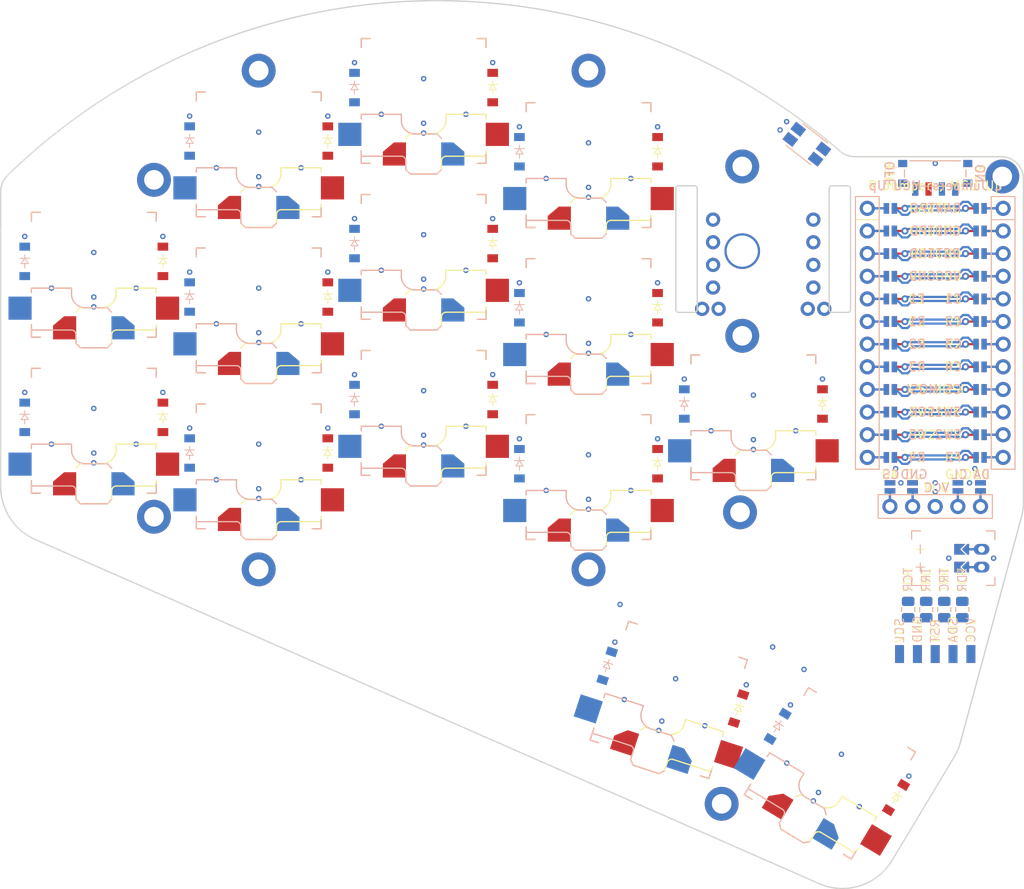
<source format=kicad_pcb>
(kicad_pcb (version 20240108) (generator "pcbnew") (generator_version "8.0")
  (title_block (title "snak_28") (rev "0.2.1") (company "JackMatanky"))
  (layers (0 "F.Cu" signal) (31 "B.Cu" signal) (34 "B.Paste" user) (35 "F.Paste" user) (36 "B.SilkS" user "B.Silkscreen") (37 "F.SilkS" user "F.Silkscreen") (38 "B.Mask" user) (39 "F.Mask" user) (44 "Edge.Cuts" user))
  (net 0 "")
  (net 1 "C1")
  (net 2 "pinky_mid")
  (net 3 "pinky_top")
  (net 4 "C2")
  (net 5 "ring_bot")
  (net 6 "ring_mid")
  (net 7 "ring_top")
  (net 8 "C3")
  (net 9 "middle_bot")
  (net 10 "middle_mid")
  (net 11 "middle_top")
  (net 12 "C4")
  (net 13 "index_bot")
  (net 14 "index_mid")
  (net 15 "index_top")
  (net 16 "C5")
  (net 17 "inner_mid")
  (net 18 "out_home")
  (net 19 "in_home")
  (net 20 "R2")
  (net 21 "R1")
  (net 22 "R3")
  (net 23 "R4")
  (net 24 "RAW")
  (net 25 "GND")
  (net 26 "RST")
  (net 27 "VCC")
  (net 28 "SW1")
  (net 29 "SW2")
  (net 30 "F2")
  (net 31 "TPC")
  (net 32 "TPD")
  (net 33 "F1")
  (net 34 "MOSI")
  (net 35 "SCK")
  (net 36 "CS")
  (net 37 "MCU1_24")
  (net 38 "MCU1_1")
  (net 39 "MCU1_23")
  (net 40 "MCU1_2")
  (net 41 "MCU1_22")
  (net 42 "MCU1_3")
  (net 43 "MCU1_21")
  (net 44 "MCU1_4")
  (net 45 "MCU1_20")
  (net 46 "MCU1_5")
  (net 47 "MCU1_19")
  (net 48 "MCU1_6")
  (net 49 "MCU1_18")
  (net 50 "MCU1_7")
  (net 51 "MCU1_17")
  (net 52 "MCU1_8")
  (net 53 "MCU1_16")
  (net 54 "MCU1_9")
  (net 55 "MCU1_15")
  (net 56 "MCU1_10")
  (net 57 "MCU1_14")
  (net 58 "MCU1_11")
  (net 59 "MCU1_13")
  (net 60 "MCU1_12")
  (net 61 "DISP1_1")
  (net 62 "DISP1_2")
  (net 63 "DISP1_4")
  (net 64 "DISP1_5")
  (net 65 "pos")
  (net 66 "JST1_1")
  (net 67 "JST1_2")
  (net 68 "TPR")
  (footprint "VIA-0.6mm" (layer "F.Cu") (at 118.5 89)
    (property "Reference" "REF**" (hide yes))
    (property "Value" "VIA-0.6mm" (hide yes))
  )
  (footprint "VIA-0.6mm" (layer "F.Cu") (at 176.993845 48.756401 52)
    (property "Reference" "REF**" (hide yes))
    (property "Value" "VIA-0.6mm" (hide yes))
  )
  (footprint "VIA-0.6mm" (layer "F.Cu") (at 129.25 76.2)
    (property "Reference" "REF**" (hide yes))
    (property "Value" "VIA-0.6mm" (hide yes))
  )
  (footprint "ceoloide:diode_tht_sod123" (layer "F.Cu") (at 107.75 63.5 -90)
    (property "Reference" "D2" (hide yes))
    (property "Value" "")
  )
  (footprint "VIA-0.6mm" (layer "F.Cu") (at 107.75 78.2)
    (property "Reference" "REF**" (hide yes))
    (property "Value" "VIA-0.6mm" (hide yes))
  )
  (footprint "VIA-0.6mm" (layer "F.Cu") (at 118.5 84)
    (property "Reference" "REF**" (hide yes))
    (property "Value" "VIA-0.6mm" (hide yes))
  )
  (footprint "VIA-0.6mm" (layer "F.Cu") (at 169.25 82.5)
    (property "Reference" "REF**" (hide yes))
    (property "Value" "VIA-0.6mm" (hide yes))
  )
  (footprint "VIA-0.6mm" (layer "F.Cu") (at 195.925 96.8 -90)
    (property "Reference" "REF**" (hide yes))
    (property "Value" "VIA-0.6mm" (hide yes))
  )
  (footprint "trackpoint_mount_t430" (layer "F.Cu") (at 172.75 62.35)
    (property "Reference" "TP1" (hide yes))
    (property "Value" "")
  )
  (footprint "ceoloide:diode_tht_sod123" (layer "F.Cu") (at 163.25 51.2 -90)
    (property "Reference" "D11" (hide yes))
    (property "Value" "")
  )
  (footprint "VIA-0.6mm" (layer "F.Cu") (at 118.5 49)
    (property "Reference" "REF**" (hide yes))
    (property "Value" "VIA-0.6mm" (hide yes))
  )
  (footprint "VIA-0.6mm" (layer "F.Cu") (at 137 48)
    (property "Reference" "REF**" (hide yes))
    (property "Value" "VIA-0.6mm" (hide yes))
  )
  (footprint "mounting_hole" (layer "F.Cu") (at 170.438866 124.35568 -18)
    (property "Reference" "H8" (hide yes))
    (property "Value" "")
  )
  (footprint "mounting_hole" (layer "F.Cu") (at 106.75 54.35)
    (property "Reference" "H5" (hide yes))
    (property "Value" "")
  )
  (footprint "VIA-0.6mm" (layer "F.Cu") (at 104.75 66.5)
    (property "Reference" "REF**" (hide yes))
    (property "Value" "VIA-0.6mm" (hide yes))
  )
  (footprint "VIA-0.6mm" (layer "F.Cu") (at 177.743976 119.782283 -31)
    (property "Reference" "REF**" (hide yes))
    (property "Value" "VIA-0.6mm" (hide yes))
  )
  (footprint "VIA-0.6mm" (layer "F.Cu") (at 163.727458 115.077641 -18)
    (property "Reference" "REF**" (hide yes))
    (property "Value" "VIA-0.6mm" (hide yes))
  )
  (footprint "VIA-0.6mm" (layer "F.Cu") (at 137 43)
    (property "Reference" "REF**" (hide yes))
    (property "Value" "VIA-0.6mm" (hide yes))
  )
  (footprint "VIA-0.6mm" (layer "F.Cu") (at 150.75 71.7)
    (property "Reference" "REF**" (hide yes))
    (property "Value" "VIA-0.6mm" (hide yes))
  )
  (footprint "VIA-0.6mm" (layer "F.Cu") (at 155.5 73.8)
    (property "Reference" "REF**" (hide yes))
    (property "Value" "VIA-0.6mm" (hide yes))
  )
  (footprint "VIA-0.6mm" (layer "F.Cu") (at 100 85)
    (property "Reference" "REF**" (hide yes))
    (property "Value" "VIA-0.6mm" (hide yes))
  )
  (footprint "VIA-0.6mm" (layer "F.Cu") (at 126.25 64.7)
    (property "Reference" "REF**" (hide yes))
    (property "Value" "VIA-0.6mm" (hide yes))
  )
  (footprint "PG1350" (layer "F.Cu") (at 137 80.5 180)
    (property "Reference" "S6" (hide yes))
    (property "Value" "")
  )
  (footprint "VIA-0.6mm" (layer "F.Cu") (at 144.75 41.2)
    (property "Reference" "REF**" (hide yes))
    (property "Value" "VIA-0.6mm" (hide yes))
  )
  (footprint "VIA-0.6mm" (layer "F.Cu") (at 113.75 53)
    (property "Reference" "REF**" (hide yes))
    (property "Value" "VIA-0.6mm" (hide yes))
  )
  (footprint "VIA-0.6mm" (layer "F.Cu") (at 181.75 76.7)
    (property "Reference" "REF**" (hide yes))
    (property "Value" "VIA-0.6mm" (hide yes))
  )
  (footprint "VIA-0.6mm" (layer "F.Cu") (at 160.25 54.2)
    (property "Reference" "REF**" (hide yes))
    (property "Value" "VIA-0.6mm" (hide yes))
  )
  (footprint "VIA-0.6mm" (layer "F.Cu") (at 126.25 82.2)
    (property "Reference" "REF**" (hide yes))
    (property "Value" "VIA-0.6mm" (hide yes))
  )
  (footprint "VIA-0.6mm" (layer "F.Cu") (at 110.75 47.2)
    (property "Reference" "REF**" (hide yes))
    (property "Value" "VIA-0.6mm" (hide yes))
  )
  (footprint "VIA-0.6mm" (layer "F.Cu") (at 144.75 58.7)
    (property "Reference" "REF**" (hide yes))
    (property "Value" "VIA-0.6mm" (hide yes))
  )
  (footprint "mounting_hole" (layer "F.Cu") (at 118.5 98.05)
    (property "Reference" "H2" (hide yes))
    (property "Value" "")
  )
  (footprint "VIA-0.6mm" (layer "F.Cu") (at 147.75 65.9)
    (property "Reference" "REF**" (hide yes))
    (property "Value" "VIA-0.6mm" (hide yes))
  )
  (footprint "VIA-0.6mm" (layer "F.Cu") (at 190.55 88.35)
    (property "Reference" "REF**" (hide yes))
    (property "Value" "VIA-0.6mm" (hide yes))
  )
  (footprint "mounting_hole" (layer "F.Cu") (at 106.75 92.15)
    (property "Reference" "H6" (hide yes))
    (property "Value" "")
  )
  (footprint "PG1350" (layer "F.Cu") (at 118.5 69 180)
    (property "Reference" "S4" (hide yes))
    (property "Value" "")
  )
  (footprint "JST_PH_S2B-PH-K" (layer "F.Cu") (at 199.6 96.8 -90)
    (property "Reference" "JST1" (hide yes))
    (property "Value" "")
  )
  (footprint "VIA-0.6mm" (layer "F.Cu") (at 158.458085 106.215575 -18)
    (property "Reference" "REF**" (hide yes))
    (property "Value" "VIA-0.6mm" (hide yes))
  )
  (footprint "VIA-0.6mm" (layer "F.Cu") (at 110.75 64.7)
    (property "Reference" "REF**" (hide yes))
    (property "Value" "VIA-0.6mm" (hide yes))
  )
  (footprint "VIA-0.6mm" (layer "F.Cu") (at 100 68.6)
    (property "Reference" "REF**" (hide yes))
    (property "Value" "VIA-0.6mm" (hide yes))
  )
  (footprint "PG1350" (layer "F.Cu") (at 164.5 112.7 162)
    (property "Reference" "S13" (hide yes))
    (property "Value" "")
  )
  (footprint "smd_805" (layer "F.Cu") (at 194.4 102.56 180)
    (property "Reference" "SMD1" (hide yes))
    (property "Value" "")
  )
  (footprint "ceoloide:diode_tht_sod123" (layer "F.Cu") (at 163.25 68.7 -90)
    (property "Reference" "D10" (hide yes))
    (property "Value" "")
  )
  (footprint "VIA-0.6mm" (layer "F.Cu") (at 100 80)
    (property "Reference" "REF**" (hide yes))
    (property "Value" "VIA-0.6mm" (hide yes))
  )
  (footprint "VIA-0.6mm" (layer "F.Cu") (at 194.4 52.5075 90)
    (property "Reference" "REF**" (hide yes))
    (property "Value" "VIA-0.6mm" (hide yes))
  )
  (footprint "VIA-0.6mm" (layer "F.Cu") (at 92.25 78.2)
    (property "Reference" "REF**" (hide yes))
    (property "Value" "VIA-0.6mm" (hide yes))
  )
  (footprint "VIA-0.6mm" (layer "F.Cu") (at 159.042664 101.989375 -18)
    (property "Reference" "REF**" (hide yes))
    (property "Value" "VIA-0.6mm" (hide yes))
  )
  (footprint "VIA-0.6mm" (layer "F.Cu") (at 163.25 83.4)
    (property "Reference" "REF**" (hide yes))
    (property "Value" "VIA-0.6mm" (hide yes))
  )
  (footprint "VIA-0.6mm" (layer "F.Cu") (at 160.25 89.2)
    (property "Reference" "REF**" (hide yes))
    (property "Value" "VIA-0.6mm" (hide yes))
  )
  (footprint "VIA-0.6mm" (layer "F.Cu") (at 118.5 66.5)
    (property "Reference" "REF**" (hide yes))
    (property "Value" "VIA-0.6mm" (hide yes))
  )
  (footprint "VIA-0.6mm" (layer "F.Cu") (at 166.25 76.7)
    (property "Reference" "REF**" (hide yes))
    (property "Value" "VIA-0.6mm" (hide yes))
  )
  (footprint "VIA-0.6mm" (layer "F.Cu") (at 155.5 85.2)
    (property "Reference" "REF**" (hide yes))
    (property "Value" "VIA-0.6mm" (hide yes))
  )
  (footprint "VIA-0.6mm" (layer "F.Cu") (at 123.25 70.5)
    (property "Reference" "REF**" (hide yes))
    (property "Value" "VIA-0.6mm" (hide yes))
  )
  (footprint "VIA-0.6mm" (layer "F.Cu") (at 155.5 50.2)
    (property "Reference" "REF**" (hide yes))
    (property "Value" "VIA-0.6mm" (hide yes))
  )
  (footprint "VIA-0.6mm" (layer "F.Cu") (at 113.75 70.5)
    (property "Reference" "REF**" (hide yes))
    (property "Value" "VIA-0.6mm" (hide yes))
  )
  (footprint "VIA-0.6mm" (layer "F.Cu") (at 178.159695 113.265598 -31)
    (property "Reference" "REF**" (hide yes))
    (property "Value" "VIA-0.6mm" (hide yes))
  )
  (footprint "ceoloide:diode_tht_sod123" (layer "F.Cu") (at 107.75 81 -90)
    (property "Reference" "D1" (hide yes))
    (property "Value" "")
  )
  (footprint "VIA-0.6mm" (layer "F.Cu") (at 118.5 90.1)
    (property "Reference" "REF**" (hide yes))
    (property "Value" "VIA-0.6mm" (hide yes))
  )
  (footprint "VIA-0.6mm" (layer "F.Cu") (at 155.5 90.2)
    (property "Reference" "REF**" (hide yes))
    (property "Value" "VIA-0.6mm" (hide yes))
  )
  (footprint "VIA-0.6mm" (layer "F.Cu") (at 137 49.1)
    (property "Reference" "REF**" (hide yes))
    (property "Value" "VIA-0.6mm" (hide yes))
  )
  (footprint "PG1350" (layer "F.Cu") (at 174 81 180)
    (property "Reference" "S12" (hide yes))
    (property "Value" "")
  )
  (footprint "VIA-0.6mm" (layer "F.Cu") (at 189.95 86.75)
    (property "Reference" "REF**" (hide yes))
    (property "Value" "VIA-0.6mm" (hide yes))
  )
  (footprint "ceoloide:nice_view" (layer "F.Cu") (at 194.4 74.3)
    (property "Reference" "DISP1" (hide yes))
    (property "Value" "")
  )
  (footprint "VIA-0.6mm" (layer "F.Cu") (at 198.85 86.75)
    (property "Reference" "REF**" (hide yes))
    (property "Value" "VIA-0.6mm" (hide yes))
  )
  (footprint "ceoloide:diode_tht_sod123" (layer "F.Cu") (at 144.75 61.5 -90)
    (property "Reference" "D7" (hide yes))
    (property "Value" "")
  )
  (footprint "VIA-0.6mm" (layer "F.Cu") (at 155.5 91.3)
    (property "Reference" "REF**" (hide yes))
    (property "Value" "VIA-0.6mm" (hide yes))
  )
  (footprint "VIA-0.6mm" (layer "F.Cu") (at 141.75 82)
    (property "Reference" "REF**" (hide yes))
    (property "Value" "VIA-0.6mm" (hide yes))
  )
  (footprint "VIA-0.6mm" (layer "F.Cu") (at 178.75 82.5)
    (property "Reference" "REF**" (hide yes))
    (property "Value" "VIA-0.6mm" (hide yes))
  )
  (footprint "VIA-0.6mm" (layer "F.Cu") (at 194.4 89.35)
    (property "Reference" "REF**" (hide yes))
    (property "Value" "VIA-0.6mm" (hide yes))
  )
  (footprint "VIA-0.6mm" (layer "F.Cu") (at 137 66.6)
    (property "Reference" "REF**" (hide yes))
    (property "Value" "VIA-0.6mm" (hide yes))
  )
  (footprint "PG1350" (layer "F.Cu") (at 137 63 180)
    (property "Reference" "S7" (hide yes))
    (property "Value" "")
  )
  (footprint "VIA-0.6mm" (layer "F.Cu") (at 118.5 55.1)
    (property "Reference" "REF**" (hide yes))
    (property "Value" "VIA-0.6mm" (hide yes))
  )
  (footprint "VIA-0.6mm" (layer "F.Cu") (at 95.25 66.5)
    (property "Reference" "REF**" (hide yes))
    (property "Value" "VIA-0.6mm" (hide yes))
  )
  (footprint "VIA-0.6mm" (layer "F.Cu") (at 132.25 47)
    (property "Reference" "REF**" (hide yes))
    (property "Value" "VIA-0.6mm" (hide yes))
  )
  (footprint "VIA-0.6mm" (layer "F.Cu") (at 191.445788 121.248689 -31)
    (property "Reference" "REF**" (hide yes))
    (property "Value" "VIA-0.6mm" (hide yes))
  )
  (footprint "VIA-0.6mm" (layer "F.Cu") (at 179.67998 109.279217 -31)
    (property "Reference" "REF**" (hide yes))
    (property "Value" "VIA-0.6mm" (hide yes))
  )
  (footprint "VIA-0.6mm" (layer "F.Cu") (at 132.25 82)
    (property "Reference" "REF**" (hide yes))
    (property "Value" "VIA-0.6mm" (hide yes))
  )
  (footprint "ceoloide:diode_tht_sod123" (layer "F.Cu") (at 126.25 50 -90)
    (property "Reference" "D5" (hide yes))
    (property "Value" "")
  )
  (footprint "PG1350" (layer "F.Cu") (at 155.5 87.7 180)
    (property "Reference" "S9" (hide yes))
    (property "Value" "")
  )
  (footprint "VIA-0.6mm" (layer "F.Cu") (at 137 65.5)
    (property "Reference" "REF**" (hide yes))
    (property "Value" "VIA-0.6mm" (hide yes))
  )
  (footprint "VIA-0.6mm" (layer "F.Cu") (at 200.95 96.8 -90)
    (property "Reference" "REF**" (hide yes))
    (property "Value" "VIA-0.6mm" (hide yes))
  )
  (footprint "RollerEncoder_Panasonic_EVQWGD001" (layer "F.Cu") (at 175.1 62.625 180)
    (property "Reference" "REF**")
    (property "Value" "RollerEncoder_Panasonic_EVQWGD001")
    (fp_line (start 9.8 7.3) (end 9.8 -6.3) (stroke (width 0.15)) (layer "Edge.Cuts"))
    (fp_line (start 9.5 -6.6) (end 7.7 -6.6) (stroke (width 0.15)) (layer "Edge.Cuts"))
    (fp_line (start 7.7 7.6) (end 9.5 7.6) (stroke (width 0.15)) (layer "Edge.Cuts"))
    (fp_line (start 7.4 -6.3) (end 7.4 7.3) (stroke (width 0.15)) (layer "Edge.Cuts"))
    (fp_line (start -7.4 -6.3) (end -7.4 7.3) (stroke (width 0.15)) (layer "Edge.Cuts"))
    (fp_line (start -7.7 7.6) (end -9.5 7.6) (stroke (width 0.15)) (layer "Edge.Cuts"))
    (fp_line (start -9.5 -6.6) (end -7.7 -6.6) (stroke (width 0.15)) (layer "Edge.Cuts"))
    (fp_line (start -9.8 7.3) (end -9.8 -6.3) (stroke (width 0.15)) (layer "Edge.Cuts"))
    (fp_arc (start 9.8 7.3) (mid 9.712132 7.512132) (end 9.5 7.6) (stroke (width 0.15)) (layer "Edge.Cuts"))
    (fp_arc (start 9.5 -6.6) (mid 9.712132 -6.512132) (end 9.8 -6.3) (stroke (width 0.15)) (layer "Edge.Cuts"))
    (fp_arc (start 7.7 7.6) (mid 7.487868 7.512132) (end 7.4 7.3) (stroke (width 0.15)) (layer "Edge.Cuts"))
    (fp_arc (start 7.4 -6.3) (mid 7.487868 -6.512132) (end 7.7 -6.6) (stroke (width 0.15)) (layer "Edge.Cuts"))
    (fp_arc (start -7.4 7.3) (mid -7.487868 7.512132) (end -7.7 7.6) (stroke (width 0.15)) (layer "Edge.Cuts"))
    (fp_arc (start -7.7 -6.6) (mid -7.487868 -6.512132) (end -7.4 -6.3) (stroke (width 0.15)) (layer "Edge.Cuts"))
    (fp_arc (start -9.5 7.6) (mid -9.712132 7.512132) (end -9.8 7.3) (stroke (width 0.15)) (layer "Edge.Cuts"))
    (fp_arc (start -9.8 -6.3) (mid -9.712132 -6.512132) (end -9.5 -6.6) (stroke (width 0.15)) (layer "Edge.Cuts"))
  )
  (footprint "PG1350" (layer "F.Cu") (at 155.5 70.2 180)
    (property "Reference" "S10" (hide yes))
    (property "Value" "")
  )
  (footprint "VIA-0.6mm" (layer "F.Cu") (at 160.25 71.7)
    (property "Reference" "REF**" (hide yes))
    (property "Value" "VIA-0.6mm" (hide yes))
  )
  (footprint "ceoloide:diode_tht_sod123" (layer "F.Cu") (at 190.003682 123.648757 -121)
    (property "Reference" "D14" (hide yes))
    (property "Value" "")
  )
  (footprint "VIA-0.6mm" (layer "F.Cu") (at 176.15568 106.761134 -18)
    (property "Reference" "REF**" (hide yes))
    (property "Value" "VIA-0.6mm" (hide yes))
  )
  (footprint "VIA-0.6mm" (layer "F.Cu") (at 155.5 55.2)
    (property "Reference" "REF**" (hide yes))
    (property "Value" "VIA-0.6mm" (hide yes))
  )
  (footprint "VIA-0.6mm" (layer "F.Cu") (at 150.75 54.2)
    (property "Reference" "REF**" (hide yes))
    (property "Value" "VIA-0.6mm" (hide yes))
  )
  (footprint "VIA-0.6mm" (layer "F.Cu") (at 163.387539 116.123804 -18)
    (property "Reference" "REF**" (hide yes))
    (property "Value" "VIA-0.6mm" (hide yes))
  )
  (footprint "ceoloide:diode_tht_sod123" (layer "F.Cu") (at 181.75 79.5 -90)
    (property "Reference" "D12" (hide yes))
    (property "Value" "")
  )
  (footprint "VIA-0.6mm" (layer "F.Cu") (at 174 84.6)
    (property "Reference" "REF**" (hide yes))
    (property "Value" "VIA-0.6mm" (hide yes))
  )
  (footprint "VIA-0.6mm" (layer "F.Cu") (at 118.5 54)
    (property "Reference" "REF**" (hide yes))
    (property "Value" "VIA-0.6mm" (hide yes))
  )
  (footprint "VIA-0.6mm" (layer "F.Cu") (at 174 83.5)
    (property "Reference" "REF**" (hide yes))
    (property "Value" "VIA-0.6mm" (hide yes))
  )
  (footprint "VIA-0.6mm" (layer "F.Cu") (at 173.199461 111.005339 -18)
    (property "Reference" "REF**" (hide yes))
    (property "Value" "VIA-0.6mm" (hide yes))
  )
  (footprint "PG1350" (layer "F.Cu") (at 182.588078 120.942963 149)
    (property "Reference" "S14" (hide yes))
    (property "Value" "")
  )
  (footprint "mounting_hole" (layer "F.Cu") (at 201.925 53.975)
    (property "Reference" "H9" (hide yes))
    (property "Value" "")
  )
  (footprint "VIA-0.6mm" (layer "F.Cu") (at 144.75 76.2)
    (property "Reference" "REF**" (hide yes))
    (property "Value" "VIA-0.6mm" (hide yes))
  )
  (footprint "VIA-0.6mm" (layer "F.Cu") (at 147.75 48.4)
    (property "Reference" "REF**" (hide yes))
    (property "Value" "VIA-0.6mm" (hide yes))
  )
  (footprint "VIA-0.6mm" (layer "F.Cu") (at 92.25 60.7)
    (property "Reference" "REF**" (hide yes))
    (property "Value" "VIA-0.6mm" (hide yes))
  )
  (footprint "VIA-0.6mm" (layer "F.Cu") (at 95.25 84)
    (property "Reference" "REF**" (hide yes))
    (property "Value" "VIA-0.6mm" (hide yes))
  )
  (footprint "VIA-0.6mm" (layer "F.Cu") (at 174 78.5)
    (property "Reference" "REF**" (hide yes))
    (property "Value" "VIA-0.6mm" (hide yes))
  )
  (footprint "mounting_hole" (layer "F.Cu") (at 155.5 42.1)
    (property "Reference" "H3" (hide yes))
    (property "Value" "")
  )
  (footprint "VIA-0.6mm" (layer "F.Cu") (at 137 60.5)
    (property "Reference" "REF**" (hide yes))
    (property "Value" "VIA-0.6mm" (hide yes))
  )
  (footprint "PG1350" (layer "F.Cu") (at 155.5 52.7 180)
    (property "Reference" "S11" (hide yes))
    (property "Value" "")
  )
  (footprint "VIA-0.6mm" (layer "F.Cu") (at 137 78)
    (property "Reference" "REF**" (hide yes))
    (property "Value" "VIA-0.6mm" (hide yes))
  )
  (footprint "VIA-0.6mm" (layer "F.Cu") (at 137 83)
    (property "Reference" "REF**" (hide yes))
    (property "Value" "VIA-0.6mm" (hide yes))
  )
  (footprint "VIA-0.6mm" (layer "F.Cu") (at 132.25 64.5)
    (property "Reference" "REF**" (hide yes))
    (property "Value" "VIA-0.6mm" (hide yes))
  )
  (footprint "VIA-0.6mm" (layer "F.Cu") (at 110.75 82.2)
    (property "Reference" "REF**" (hide yes))
    (property "Value" "VIA-0.6mm" (hide yes))
  )
  (footprint "VIA-0.6mm" (layer "F.Cu") (at 198.25 88.35)
    (property "Reference" "REF**" (hide yes))
    (property "Value" "VIA-0.6mm" (hide yes))
  )
  (footprint "PG1350" (layer "F.Cu") (at 118.5 51.5 180)
    (property "Reference" "S5" (hide yes))
    (property "Value" "")
  )
  (footprint "ceoloide:diode_tht_sod123" (layer "F.Cu") (at 144.75 44 -90)
    (property "Reference" "D8" (hide yes))
    (property "Value" "")
  )
  (footprint "VIA-0.6mm" (layer "F.Cu") (at 165.272543 110.322359 -18)
    (property "Reference" "REF**" (hide yes))
    (property "Value" "VIA-0.6mm" (hide yes))
  )
  (footprint "VIA-0.6mm" (layer "F.Cu") (at 159.518956 112.658754 -18)
    (property "Reference" "REF**" (hide yes))
    (property "Value" "VIA-0.6mm" (hide yes))
  )
  (footprint "ceoloide:diode_tht_sod123" (layer "F.Cu") (at 126.25 85 -90)
    (property "Reference" "D3" (hide yes))
    (property "Value" "")
  )
  (footprint "VIA-0.6mm" (layer "F.Cu") (at 185.887066 124.675145 -31)
    (property "Reference" "REF**" (hide yes))
    (property "Value" "VIA-0.6mm" (hide yes))
  )
  (footprint "PG1350" (layer "F.Cu") (at 137 45.5 180)
    (property "Reference" "S8" (hide yes))
    (property "Value" "")
  )
  (footprint "VIA-0.6mm" (layer "F.Cu") (at 123.25 88)
    (property "Reference" "REF**" (hide yes))
    (property "Value" "VIA-0.6mm" (hide yes))
  )
  (footprint "VIA-0.6mm" (layer "F.Cu") (at 107.75 60.7)
    (property "Reference" "REF**" (hide yes))
    (property "Value" "VIA-0.6mm" (hide yes))
  )
  (footprint "VIA-0.6mm" (layer "F.Cu") (at 155.5 56.3)
    (property "Reference" "REF**" (hide yes))
    (property "Value" "VIA-0.6mm" (hide yes))
  )
  (footprint "mounting_hole" (layer "F.Cu") (at 172.5 91.65)
    (property "Reference" "H7" (hide yes))
    (property "Value" "")
  )
  (footprint "sw_reset_side" (layer "F.Cu") (at 180 50.35 52)
    (property "Reference" "SW1" (hide yes))
    (property "Value" "")
  )
  (footprint "VIA-0.6mm" (layer "F.Cu") (at 180.733941 124.028765 -31)
    (property "Reference" "REF**" (hide yes))
    (property "Value" "VIA-0.6mm" (hide yes))
  )
  (footprint "VIA-0.6mm" (layer "F.Cu") (at 141.75 47)
    (property "Reference" "REF**" (hide yes))
    (property "Value" "VIA-0.6mm" (hide yes))
  )
  (footprint "PG1350" (layer "F.Cu") (at 100 82.5 180)
    (property "Reference" "S1" (hide yes))
    (property "Value" "")
  )
  (footprint "VIA-0.6mm" (layer "F.Cu") (at 181.300483 123.085881 -31)
    (property "Reference" "REF**" (hide yes))
    (property "Value" "VIA-0.6mm" (hide yes))
  )
  (footprint "ceoloide:diode_tht_sod123" (layer "F.Cu") (at 126.25 67.5 -90)
    (property "Reference" "D4" (hide yes))
    (property "Value" "")
  )
  (footprint "VIA-0.6mm" (layer "F.Cu") (at 194.4 88.35)
    (property "Reference" "REF**" (hide yes))
    (property "Value" "VIA-0.6mm" (hide yes))
  )
  (footprint "VIA-0.6mm" (layer "F.Cu") (at 104.75 84)
    (property "Reference" "REF**" (hide yes))
    (property "Value" "VIA-0.6mm" (hide yes))
  )
  (footprint "PG1350" (layer "F.Cu") (at 118.5 86.5 180)
    (property "Reference" "S3" (hide yes))
    (property "Value" "")
  )
  (footprint "VIA-0.6mm" (layer "F.Cu") (at 118.5 72.6)
    (property "Reference" "REF**" (hide yes))
    (property "Value" "VIA-0.6mm" (hide yes))
  )
  (footprint "VIA-0.6mm" (layer "F.Cu") (at 168.553993 115.594416 -18)
    (property "Reference" "REF**" (hide yes))
    (property "Value" "VIA-0.6mm" (hide yes))
  )
  (footprint "VIA-0.6mm" (layer "F.Cu") (at 163.25 48.4)
    (property "Reference" "REF**" (hide yes))
    (property "Value" "VIA-0.6mm" (hide yes))
  )
  (footprint "VIA-0.6mm" (layer "F.Cu") (at 118.5 71.5)
    (property "Reference" "REF**" (hide yes))
    (property "Value" "VIA-0.6mm" (hide yes))
  )
  (footprint "ceoloide:power_switch_smd_side" (layer "F.Cu") (at 194.4 53.645 90)
    (property "Reference" "PWR1" (hide yes))
    (property "Value" "power_switch")
  )
  (footprint "VIA-0.6mm" (layer "F.Cu") (at 100 86.1)
    (property "Reference" "REF**" (hide yes))
    (property "Value" "VIA-0.6mm" (hide yes))
  )
  (footprint "VIA-0.6mm" (layer "F.Cu") (at 163.25 65.9)
    (property "Reference" "REF**" (hide yes))
    (property "Value" "VIA-0.6mm" (hide yes))
  )
  (footprint "VIA-0.6mm" (layer "F.Cu") (at 123.25 53)
    (property "Reference" "REF**" (hide yes))
    (property "Value" "VIA-0.6mm" (hide yes))
  )
  (footprint "VIA-0.6mm" (layer "F.Cu") (at 150.75 89.2)
    (property "Reference" "REF**" (hide yes))
    (property "Value" "VIA-0.6mm" (hide yes))
  )
  (footprint "ceoloide:diode_tht_sod123" (layer "F.Cu") (at 144.75 79 -90)
    (property "Reference" "D6" (hide yes))
    (property "Value" "")
  )
  (footprint "ceoloide:mcu_nice_nano" (layer "F.Cu") (at 194.4 70.25)
    (property "Reference" "MCU1" (hide yes))
    (property "Value" "")
  )
  (footprint "VIA-0.6mm" (layer "F.Cu") (at 183.875673 118.800045 -31)
    (property "Reference" "REF**" (hide yes))
    (property "Value" "VIA-0.6mm" (hide yes))
  )
  (footprint "pads" (layer "F.Cu") (at 194.4 107.56 180)
    (property "Reference" "PAD1" (hide yes))
    (property "Value" "")
  )
  (footprint "ceoloide:diode_tht_sod123" (layer "F.Cu") (at 172.334214 113.668297 -108)
    (property "Reference" "D13" (hide yes))
    (property "Value" "")
  )
  (footprint "PG1350" (layer "F.Cu") (at 100 65 180)
    (property "Reference" "S2" (hide yes))
    (property "Value" "")
  )
  (footprint "VIA-0.6mm" (layer "F.Cu") (at 129.25 41.2)
    (property "Reference" "REF**" (hide yes))
    (property "Value" "VIA-0.6mm" (hide yes))
  )
  (footprint "mounting_hole" (layer "F.Cu") (at 118.5 42.1)
    (property "Reference" "H1" (hide yes))
    (property "Value" "")
  )
  (footprint "ceoloide:diode_tht_sod123" (layer "F.Cu") (at 163.25 86.2 -90)
    (property "Reference" "D9" (hide yes))
    (property "Value" "")
  )
  (footprint "VIA-0.6mm" (layer "F.Cu") (at 129.25 58.7)
    (property "Reference" "REF**" (hide yes))
    (property "Value" "VIA-0.6mm" (hide yes))
  )
  (footprint "VIA-0.6mm" (layer "F.Cu") (at 113.75 88)
    (property "Reference" "REF**" (hide yes))
    (property "Value" "VIA-0.6mm" (hide yes))
  )
  (footprint "VIA-0.6mm" (layer "F.Cu") (at 177.726483 47.818668 52)
    (property "Reference" "REF**" (hide yes))
    (property "Value" "VIA-0.6mm" (hide yes))
  )
  (footprint "VIA-0.6mm" (layer "F.Cu") (at 141.75 64.5)
    (property "Reference" "REF**" (hide yes))
    (property "Value" "VIA-0.6mm" (hide yes))
  )
  (footprint "VIA-0.6mm" (layer "F.Cu") (at 100 67.5)
    (property "Reference" "REF**" (hide yes))
    (property "Value" "VIA-0.6mm" (hide yes))
  )
  (footprint "VIA-0.6mm" (layer "F.Cu") (at 147.75 83.4)
    (property "Reference" "REF**" (hide yes))
    (property "Value" "VIA-0.6mm" (hide yes))
  )
  (footprint "VIA-0.6mm" (layer "F.Cu") (at 100 62.5)
    (property "Reference" "REF**" (hide yes))
    (property "Value" "VIA-0.6mm" (hide yes))
  )
  (footprint "VIA-0.6mm" (layer "F.Cu") (at 155.5 72.7)
    (property "Reference" "REF**" (hide yes))
    (property "Value" "VIA-0.6mm" (hide yes))
  )
  (footprint "mounting_hole" (layer "F.Cu") (at 155.5 98.05)
    (property "Reference" "H4" (hide yes))
    (property "Value" "")
  )
  (footprint "VIA-0.6mm" (layer "F.Cu") (at 137 84.1)
    (property "Reference" "REF**" (hide yes))
    (property "Value" "VIA-0.6mm" (hide yes))
  )
  (footprint "VIA-0.6mm" (layer "F.Cu") (at 155.5 67.7)
    (property "Reference" "REF**" (hide yes))
    (property "Value" "VIA-0.6mm" (hide yes))
  )
  (footprint "VIA-0.6mm" (layer "F.Cu") (at 126.25 47.2)
    (property "Reference" "REF**" (hide yes))
    (property "Value" "VIA-0.6mm" (hide yes))
  )
  (footprint "ceoloide:diode_tht_sod123" (layer "B.Cu") (at 147.75 51.2 -90)
    (property "Reference" "D25" (hide yes))
    (property "Value" "")
  )
  (footprint "ceoloide:diode_tht_sod123" (layer "B.Cu") (at 147.75 68.7 -90)
    (property "Reference" "D24" (hide yes))
    (property "Value" "")
  )
  (footprint "ceoloide:diode_tht_sod123" (layer "B.Cu") (at 110.75 50 -90)
    (property "Reference" "D19" (hide yes))
    (property "Value" "")
  )
  (footprint "ceoloide:diode_tht_sod123" (layer "B.Cu") (at 176.717589 115.665667 -121)
    (property "Reference" "D28" (hide yes))
    (property "Value" "")
  )
  (footprint "ceoloide:diode_tht_sod123" (layer "B.Cu") (at 147.75 86.2 -90)
    (property "Reference" "D23" (hide yes))
    (property "Value" "")
  )
  (footprint "ceoloide:diode_tht_sod123" (layer "B.Cu") (at 157.592838 108.878534 -108)
    (property "Reference" "D27" (hide yes))
    (property "Value" "")
  )
  (footprint "ceoloide:diode_tht_sod123" (layer "B.Cu") (at 110.75 85 -90)
    (property "Reference" "D17" (hide yes))
    (property "Value" "")
  )
  (footprint "ceoloide:diode_tht_sod123" (layer "B.Cu") (at 129.25 44 -90)
    (property "Reference" "D22" (hide yes))
    (property "Value" "")
  )
  (footprint "ceoloide:diode_tht_sod123" (layer "B.Cu") (at 166.25 79.5 -90)
    (property "Reference" "D26" (hide yes))
    (property "Value" "")
  )
  (footprint "ceoloide:diode_tht_sod123" (layer "B.Cu") (at 92.25 63.5 -90)
    (property "Reference" "D16" (hide yes))
    (property "Value" "")
  )
  (footprint "ceoloide:diode_tht_sod123" (layer "B.Cu") (at 129.25 79 -90)
    (property "Reference" "D20" (hide yes))
    (property "Value" "")
  )
  (footprint "ceoloide:diode_tht_sod123" (layer "B.Cu") (at 110.75 67.5 -90)
    (property "Reference" "D18" (hide yes))
    (property "Value" "")
  )
  (footprint "ceoloide:diode_tht_sod123" (layer "B.Cu") (at 92.25 81 -90)
    (property "Reference" "D15" (hide yes))
    (property "Value" "")
  )
  (footprint "ceoloide:diode_tht_sod123" (layer "B.Cu") (at 129.25 61.5 -90)
    (property "Reference" "D21" (hide yes))
    (property "Value" "")
  )
  (gr_line (start 204.073899 92.184694) (end 197.228664 117.455143) (stroke (width 0.15)) (layer "Edge.Cuts"))
  (gr_arc (start 201.8 51.75) (mid 203.567767 52.482233) (end 204.3 54.25) (stroke (width 0.15)) (layer "Edge.Cuts"))
  (gr_arc (start 90.308947 53.86759) (mid 136.484795 34.279434) (end 183.725558 51.138112) (stroke (width 0.15)) (layer "Edge.Cuts"))
  (gr_line (start 89.55 88.754724) (end 89.55 59.949865) (stroke (width 0.15)) (layer "Edge.Cuts"))
  (gr_line (start 196.526353 119.103423) (end 189.555336 130.705142) (stroke (width 0.15)) (layer "Edge.Cuts"))
  (gr_arc (start 89.555 55.656808) (mid 89.751184 54.686018) (end 90.308947 53.86759) (stroke (width 0.15)) (layer "Edge.Cuts"))
  (gr_arc (start 189.555336 130.705143) (mid 185.954486 133.55144) (end 181.370949 133.30914) (stroke (width 0.15)) (layer "Edge.Cuts"))
  (gr_arc (start 185.364165 51.750001) (mid 184.489602 51.592038) (end 183.725558 51.138112) (stroke (width 0.15)) (layer "Edge.Cuts"))
  (gr_arc (start 93.4372 94.70647) (mid 90.607886 92.309074) (end 89.55 88.754724) (stroke (width 0.15)) (layer "Edge.Cuts"))
  (gr_line (start 185.364166 51.75) (end 201.8 51.75) (stroke (width 0.15)) (layer "Edge.Cuts"))
  (gr_line (start 204.3 54.25) (end 204.3 90.485226) (stroke (width 0.15)) (layer "Edge.Cuts"))
  (gr_line (start 89.555 55.656808) (end 89.555 59.694963) (stroke (width 0.15)) (layer "Edge.Cuts"))
  (gr_arc (start 204.3 90.485226) (mid 204.243227 91.342447) (end 204.073899 92.184694) (stroke (width 0.15)) (layer "Edge.Cuts"))
  (gr_arc (start 197.228665 117.455143) (mid 196.934573 118.303597) (end 196.526353 119.103423) (stroke (width 0.15)) (layer "Edge.Cuts"))
  (gr_arc (start 89.55 59.949865) (mid 89.55125 59.822389) (end 89.555 59.694963) (stroke (width 0.15)) (layer "Edge.Cuts"))
  (gr_line (start 181.370949 133.30914) (end 93.4372 94.70647) (stroke (width 0.15)) (layer "Edge.Cuts"))
  (segment (start 189.82 67.71) (end 191 67.71) (width 0.25) (layer "F.Cu") (net 1))
  (segment (start 198.100305 66.985) (end 197.499695 66.985) (width 0.25) (layer "B.Cu") (net 1))
  (segment (start 199.175 67.71) (end 198.825305 67.71) (width 0.25) (layer "B.Cu") (net 1))
  (segment (start 198.825305 67.71) (end 198.100305 66.985) (width 0.25) (layer "B.Cu") (net 1))
  (segment (start 196.994695 67.49) (end 191.22 67.49) (width 0.25) (layer "B.Cu") (net 1))
  (segment (start 197.499695 66.985) (end 196.994695 67.49) (width 0.25) (layer "B.Cu") (net 1))
  (segment (start 189.82 70.25) (end 191 70.25) (width 0.25) (layer "F.Cu") (net 4))
  (segment (start 198.825305 70.25) (end 198.100305 69.525) (width 0.25) (layer "B.Cu") (net 4))
  (segment (start 199.175 70.25) (end 198.825305 70.25) (width 0.25) (layer "B.Cu") (net 4))
  (segment (start 198.100305 69.525) (end 197.499695 69.525) (width 0.25) (layer "B.Cu") (net 4))
  (segment (start 196.994695 70.03) (end 191.22 70.03) (width 0.25) (layer "B.Cu") (net 4))
  (segment (start 197.499695 69.525) (end 196.994695 70.03) (width 0.25) (layer "B.Cu") (net 4))
  (segment (start 189.82 72.79) (end 191 72.79) (width 0.25) (layer "F.Cu") (net 8))
  (segment (start 198.100305 72.065) (end 197.499695 72.065) (width 0.25) (layer "B.Cu") (net 8))
  (segment (start 197.499695 72.065) (end 196.994695 72.57) (width 0.25) (layer "B.Cu") (net 8))
  (segment (start 198.825305 72.79) (end 198.100305 72.065) (width 0.25) (layer "B.Cu") (net 8))
  (segment (start 196.994695 72.57) (end 191.22 72.57) (width 0.25) (layer "B.Cu") (net 8))
  (segment (start 199.175 72.79) (end 198.825305 72.79) (width 0.25) (layer "B.Cu") (net 8))
  (segment (start 189.82 75.33) (end 191 75.33) (width 0.25) (layer "F.Cu") (net 12))
  (segment (start 197.499695 74.605) (end 196.994695 75.11) (width 0.25) (layer "B.Cu") (net 12))
  (segment (start 196.994695 75.11) (end 191.22 75.11) (width 0.25) (layer "B.Cu") (net 12))
  (segment (start 198.100305 74.605) (end 197.499695 74.605) (width 0.25) (layer "B.Cu") (net 12))
  (segment (start 199.175 75.33) (end 198.825305 75.33) (width 0.25) (layer "B.Cu") (net 12))
  (segment (start 198.825305 75.33) (end 198.100305 74.605) (width 0.25) (layer "B.Cu") (net 12))
  (segment (start 189.82 77.87) (end 191 77.87) (width 0.25) (layer "F.Cu") (net 16))
  (segment (start 197.499695 77.145) (end 196.994695 77.65) (width 0.25) (layer "B.Cu") (net 16))
  (segment (start 196.994695 77.65) (end 191.22 77.65) (width 0.25) (layer "B.Cu") (net 16))
  (segment (start 198.100305 77.145) (end 197.499695 77.145) (width 0.25) (layer "B.Cu") (net 16))
  (segment (start 198.825305 77.87) (end 198.100305 77.145) (width 0.25) (layer "B.Cu") (net 16))
  (segment (start 199.175 77.87) (end 198.825305 77.87) (width 0.25) (layer "B.Cu") (net 16))
  (segment (start 198.98 72.79) (end 197.8 72.79) (width 0.25) (layer "F.Cu") (net 20))
  (segment (start 190.699695 73.515) (end 191.300305 73.515) (width 0.25) (layer "B.Cu") (net 20))
  (segment (start 189.974695 72.79) (end 190.699695 73.515) (width 0.25) (layer "B.Cu") (net 20))
  (segment (start 191.300305 73.515) (end 191.795305 73.02) (width 0.25) (layer "B.Cu") (net 20))
  (segment (start 191.795305 73.02) (end 197.57 73.02) (width 0.25) (layer "B.Cu") (net 20))
  (segment (start 189.625 72.79) (end 189.974695 72.79) (width 0.25) (layer "B.Cu") (net 20))
  (segment (start 198.98 70.25) (end 197.8 70.25) (width 0.25) (layer "F.Cu") (net 21))
  (segment (start 189.974695 70.25) (end 190.699695 70.975) (width 0.25) (layer "B.Cu") (net 21))
  (segment (start 190.699695 70.975) (end 191.300305 70.975) (width 0.25) (layer "B.Cu") (net 21))
  (segment (start 191.795305 70.48) (end 197.57 70.48) (width 0.25) (layer "B.Cu") (net 21))
  (segment (start 189.625 70.25) (end 189.974695 70.25) (width 0.25) (layer "B.Cu") (net 21))
  (segment (start 191.300305 70.975) (end 191.795305 70.48) (width 0.25) (layer "B.Cu") (net 21))
  (segment (start 198.98 75.33) (end 197.8 75.33) (width 0.25) (layer "F.Cu") (net 22))
  (segment (start 190.699695 76.055) (end 191.300305 76.055) (width 0.25) (layer "B.Cu") (net 22))
  (segment (start 191.795305 75.56) (end 197.57 75.56) (width 0.25) (layer "B.Cu") (net 22))
  (segment (start 191.300305 76.055) (end 191.795305 75.56) (width 0.25) (layer "B.Cu") (net 22))
  (segment (start 189.974695 75.33) (end 190.699695 76.055) (width 0.25) (layer "B.Cu") (net 22))
  (segment (start 189.625 75.33) (end 189.974695 75.33) (width 0.25) (layer "B.Cu") (net 22))
  (segment (start 198.98 85.49) (end 197.8 85.49) (width 0.25) (layer "F.Cu") (net 23))
  (segment (start 189.625 85.49) (end 189.974695 85.49) (width 0.25) (layer "B.Cu") (net 23))
  (segment (start 190.699695 86.215) (end 191.300305 86.215) (width 0.25) (layer "B.Cu") (net 23))
  (segment (start 191.300305 86.215) (end 191.795305 85.72) (width 0.25) (layer "B.Cu") (net 23))
  (segment (start 191.795305 85.72) (end 197.57 85.72) (width 0.25) (layer "B.Cu") (net 23))
  (segment (start 189.974695 85.49) (end 190.699695 86.215) (width 0.25) (layer "B.Cu") (net 23))
  (segment (start 189.82 57.55) (end 191 57.55) (width 0.25) (layer "F.Cu") (net 24))
  (segment (start 198.100305 56.825) (end 197.499695 56.825) (width 0.25) (layer "B.Cu") (net 24))
  (segment (start 197.499695 56.825) (end 196.994695 57.33) (width 0.25) (layer "B.Cu") (net 24))
  (segment (start 198.825305 57.55) (end 198.100305 56.825) (width 0.25) (layer "B.Cu") (net 24))
  (segment (start 196.994695 57.33) (end 191.22 57.33) (width 0.25) (layer "B.Cu") (net 24))
  (segment (start 199.175 57.55) (end 198.825305 57.55) (width 0.25) (layer "B.Cu") (net 24))
  (segment (start 198.98 65.17) (end 197.8 65.17) (width 0.25) (layer "F.Cu") (net 25))
  (segment (start 198.98 62.63) (end 197.8 62.63) (width 0.25) (layer "F.Cu") (net 25))
  (segment (start 189.82 60.09) (end 191 60.09) (width 0.25) (layer "F.Cu") (net 25))
  (segment (start 198.100305 59.365) (end 197.499695 59.365) (width 0.25) (layer "B.Cu") (net 25))
  (segment (start 199.175 60.09) (end 198.825305 60.09) (width 0.25) (layer "B.Cu") (net 25))
  (segment (start 189.625 65.17) (end 189.974695 65.17) (width 0.25) (layer "B.Cu") (net 25))
  (segment (start 190.699695 65.895) (end 191.300305 65.895) (width 0.25) (layer "B.Cu") (net 25))
  (segment (start 191.795305 65.4) (end 197.57 65.4) (width 0.25) (layer "B.Cu") (net 25))
  (segment (start 196.994695 59.87) (end 191.22 59.87) (width 0.25) (layer "B.Cu") (net 25))
  (segment (start 197.499695 59.365) (end 196.994695 59.87) (width 0.25) (layer "B.Cu") (net 25))
  (segment (start 191.300305 63.355) (end 191.795305 62.86) (width 0.25) (layer "B.Cu") (net 25))
  (segment (start 189.974695 62.63) (end 190.699695 63.355) (width 0.25) (layer "B.Cu") (net 25))
  (segment (start 189.974695 65.17) (end 190.699695 65.895) (width 0.25) (layer "B.Cu") (net 25))
  (segment (start 191.795305 62.86) (end 197.57 62.86) (width 0.25) (layer "B.Cu") (net 25))
  (segment (start 191.300305 65.895) (end 191.795305 65.4) (width 0.25) (layer "B.Cu") (net 25))
  (segment (start 198.825305 60.09) (end 198.100305 59.365) (width 0.25) (layer "B.Cu") (net 25))
  (segment (start 189.625 62.63) (end 189.974695 62.63) (width 0.25) (layer "B.Cu") (net 25))
  (segment (start 190.699695 63.355) (end 191.300305 63.355) (width 0.25) (layer "B.Cu") (net 25))
  (segment (start 189.82 62.63) (end 191 62.63) (width 0.25) (layer "F.Cu") (net 26))
  (segment (start 196.994695 62.41) (end 191.22 62.41) (width 0.25) (layer "B.Cu") (net 26))
  (segment (start 199.175 62.63) (end 198.825305 62.63) (width 0.25) (layer "B.Cu") (net 26))
  (segment (start 197.499695 61.905) (end 196.994695 62.41) (width 0.25) (layer "B.Cu") (net 26))
  (segment (start 198.100305 61.905) (end 197.499695 61.905) (width 0.25) (layer "B.Cu") (net 26))
  (segment (start 198.825305 62.63) (end 198.100305 61.905) (width 0.25) (layer "B.Cu") (net 26))
  (segment (start 189.82 65.17) (end 191 65.17) (width 0.25) (layer "F.Cu") (net 27))
  (segment (start 198.825305 65.17) (end 198.100305 64.445) (width 0.25) (layer "B.Cu") (net 27))
  (segment (start 196.994695 64.95) (end 191.22 64.95) (width 0.25) (layer "B.Cu") (net 27))
  (segment (start 197.499695 64.445) (end 196.994695 64.95) (width 0.25) (layer "B.Cu") (net 27))
  (segment (start 198.100305 64.445) (end 197.499695 64.445) (width 0.25) (layer "B.Cu") (net 27))
  (segment (start 199.175 65.17) (end 198.825305 65.17) (width 0.25) (layer "B.Cu") (net 27))
  (segment (start 189.82 80.41) (end 191 80.41) (width 0.25) (layer "F.Cu") (net 28))
  (segment (start 196.994695 80.19) (end 191.22 80.19) (width 0.25) (layer "B.Cu") (net 28))
  (segment (start 199.175 80.41) (end 198.825305 80.41) (width 0.25) (layer "B.Cu") (net 28))
  (segment (start 198.825305 80.41) (end 198.100305 79.685) (width 0.25) (layer "B.Cu") (net 28))
  (segment (start 197.499695 79.685) (end 196.994695 80.19) (width 0.25) (layer "B.Cu") (net 28))
  (segment (start 198.100305 79.685) (end 197.499695 79.685) (width 0.25) (layer "B.Cu") (net 28))
  (segment (start 189.82 82.95) (end 191 82.95) (width 0.25) (layer "F.Cu") (net 29))
  (segment (start 198.825305 82.95) (end 198.100305 82.225) (width 0.25) (layer "B.Cu") (net 29))
  (segment (start 197.499695 82.225) (end 196.994695 82.73) (width 0.25) (layer "B.Cu") (net 29))
  (segment (start 196.994695 82.73) (end 191.22 82.73) (width 0.25) (layer "B.Cu") (net 29))
  (segment (start 199.175 82.95) (end 198.825305 82.95) (width 0.25) (layer "B.Cu") (net 29))
  (segment (start 198.100305 82.225) (end 197.499695 82.225) (width 0.25) (layer "B.Cu") (net 29))
  (segment (start 189.82 85.49) (end 191 85.49) (width 0.25) (layer "F.Cu") (net 30))
  (segment (start 198.825305 85.49) (end 198.100305 84.765) (width 0.25) (layer "B.Cu") (net 30))
  (segment (start 196.994695 85.27) (end 191.22 85.27) (width 0.25) (layer "B.Cu") (net 30))
  (segment (start 197.499695 84.765) (end 196.994695 85.27) (width 0.25) (layer "B.Cu") (net 30))
  (segment (start 198.100305 84.765) (end 197.499695 84.765) (width 0.25) (layer "B.Cu") (net 30))
  (segment (start 199.175 85.49) (end 198.825305 85.49) (width 0.25) (layer "B.Cu") (net 30))
  (segment (start 198.98 57.55) (end 197.8 57.55) (width 0.25) (layer "F.Cu") (net 31))
  (segment (start 191.300305 58.275) (end 191.795305 57.78) (width 0.25) (layer "B.Cu") (net 31))
  (segment (start 189.974695 57.55) (end 190.699695 58.275) (width 0.25) (layer "B.Cu") (net 31))
  (segment (start 189.625 57.55) (end 189.974695 57.55) (width 0.25) (layer "B.Cu") (net 31))
  (segment (start 190.699695 58.275) (end 191.300305 58.275) (width 0.25) (layer "B.Cu") (net 31))
  (segment (start 191.795305 57.78) (end 197.57 57.78) (width 0.25) (layer "B.Cu") (net 31))
  (segment (start 198.98 60.09) (end 197.8 60.09) (width 0.25) (layer "F.Cu") (net 32))
  (segment (start 189.625 60.09) (end 189.974695 60.09) (width 0.25) (layer "B.Cu") (net 32))
  (segment (start 189.974695 60.09) (end 190.699695 60.815) (width 0.25) (layer "B.Cu") (net 32))
  (segment (start 191.300305 60.815) (end 191.795305 60.32) (width 0.25) (layer "B.Cu") (net 32))
  (segment (start 191.795305 60.32) (end 197.57 60.32) (width 0.25) (layer "B.Cu") (net 32))
  (segment (start 190.699695 60.815) (end 191.300305 60.815) (width 0.25) (layer "B.Cu") (net 32))
  (segment (start 198.98 67.71) (end 197.8 67.71) (width 0.25) (layer "F.Cu") (net 33))
  (segment (start 189.974695 67.71) (end 190.699695 68.435) (width 0.25) (layer "B.Cu") (net 33))
  (segment (start 189.625 67.71) (end 189.974695 67.71) (width 0.25) (layer "B.Cu") (net 33))
  (segment (start 191.300305 68.435) (end 191.795305 67.94) (width 0.25) (layer "B.Cu") (net 33))
  (segment (start 190.699695 68.435) (end 191.300305 68.435) (width 0.25) (layer "B.Cu") (net 33))
  (segment (start 191.795305 67.94) (end 197.57 67.94) (width 0.25) (layer "B.Cu") (net 33))
  (segment (start 198.98 77.87) (end 197.8 77.87) (width 0.25) (layer "F.Cu") (net 34))
  (segment (start 189.974695 77.87) (end 190.699695 78.595) (width 0.25) (layer "B.Cu") (net 34))
  (segment (start 190.699695 78.595) (end 191.300305 78.595) (width 0.25) (layer "B.Cu") (net 34))
  (segment (start 191.795305 78.1) (end 197.57 78.1) (width 0.25) (layer "B.Cu") (net 34))
  (segment (start 189.625 77.87) (end 189.974695 77.87) (width 0.25) (layer "B.Cu") (net 34))
  (segment (start 191.300305 78.595) (end 191.795305 78.1) (width 0.25) (layer "B.Cu") (net 34))
  (segment (start 198.98 80.41) (end 197.8 80.41) (width 0.25) (layer "F.Cu") (net 35))
  (segment (start 191.795305 80.64) (end 197.57 80.64) (width 0.25) (layer "B.Cu") (net 35))
  (segment (start 191.300305 81.135) (end 191.795305 80.64) (width 0.25) (layer "B.Cu") (net 35))
  (segment (start 189.974695 80.41) (end 190.699695 81.135) (width 0.25) (layer "B.Cu") (net 35))
  (segment (start 189.625 80.41) (end 189.974695 80.41) (width 0.25) (layer "B.Cu") (net 35))
  (segment (start 190.699695 81.135) (end 191.300305 81.135) (width 0.25) (layer "B.Cu") (net 35))
  (segment (start 198.98 82.95) (end 197.8 82.95) (width 0.25) (layer "F.Cu") (net 36))
  (segment (start 191.300305 83.675) (end 191.795305 83.18) (width 0.25) (layer "B.Cu") (net 36))
  (segment (start 191.795305 83.18) (end 197.57 83.18) (width 0.25) (layer "B.Cu") (net 36))
  (segment (start 189.974695 82.95) (end 190.699695 83.675) (width 0.25) (layer "B.Cu") (net 36))
  (segment (start 190.699695 83.675) (end 191.300305 83.675) (width 0.25) (layer "B.Cu") (net 36))
  (segment (start 189.625 82.95) (end 189.974695 82.95) (width 0.25) (layer "B.Cu") (net 36))
  (segment (start 186.78 57.55) (end 188.9 57.55) (width 0.25) (layer "F.Cu") (net 37))
  (segment (start 186.78 57.55) (end 188.9 57.55) (width 0.25) (layer "B.Cu") (net 37))
  (segment (start 199.9 57.55) (end 202.02 57.55) (width 0.25) (layer "F.Cu") (net 38))
  (segment (start 202.02 57.55) (end 199.9 57.55) (width 0.25) (layer "B.Cu") (net 38))
  (segment (start 186.78 60.09) (end 188.9 60.09) (width 0.25) (layer "F.Cu") (net 39))
  (segment (start 186.78 60.09) (end 188.9 60.09) (width 0.25) (layer "B.Cu") (net 39))
  (segment (start 199.9 60.09) (end 202.02 60.09) (width 0.25) (layer "F.Cu") (net 40))
  (segment (start 202.02 60.09) (end 199.9 60.09) (width 0.25) (layer "B.Cu") (net 40))
  (segment (start 186.78 62.63) (end 188.9 62.63) (width 0.25) (layer "F.Cu") (net 41))
  (segment (start 186.78 62.63) (end 188.9 62.63) (width 0.25) (layer "B.Cu") (net 41))
  (segment (start 199.9 62.63) (end 202.02 62.63) (width 0.25) (layer "F.Cu") (net 42))
  (segment (start 202.02 62.63) (end 199.9 62.63) (width 0.25) (layer "B.Cu") (net 42))
  (segment (start 186.78 65.17) (end 188.9 65.17) (width 0.25) (layer "F.Cu") (net 43))
  (segment (start 186.78 65.17) (end 188.9 65.17) (width 0.25) (layer "B.Cu") (net 43))
  (segment (start 199.9 65.17) (end 202.02 65.17) (width 0.25) (layer "F.Cu") (net 44))
  (segment (start 202.02 65.17) (end 199.9 65.17) (width 0.25) (layer "B.Cu") (net 44))
  (segment (start 186.78 67.71) (end 188.9 67.71) (width 0.25) (layer "F.Cu") (net 45))
  (segment (start 186.78 67.71) (end 188.9 67.71) (width 0.25) (layer "B.Cu") (net 45))
  (segment (start 199.9 67.71) (end 202.02 67.71) (width 0.25) (layer "F.Cu") (net 46))
  (segment (start 202.02 67.71) (end 199.9 67.71) (width 0.25) (layer "B.Cu") (net 46))
  (segment (start 186.78 70.25) (end 188.9 70.25) (width 0.25) (layer "F.Cu") (net 47))
  (segment (start 186.78 70.25) (end 188.9 70.25) (width 0.25) (layer "B.Cu") (net 47))
  (segment (start 199.9 70.25) (end 202.02 70.25) (width 0.25) (layer "F.Cu") (net 48))
  (segment (start 202.02 70.25) (end 199.9 70.25) (width 0.25) (layer "B.Cu") (net 48))
  (segment (start 186.78 72.79) (end 188.9 72.79) (width 0.25) (layer "F.Cu") (net 49))
  (segment (start 186.78 72.79) (end 188.9 72.79) (width 0.25) (layer "B.Cu") (net 49))
  (segment (start 199.9 72.79) (end 202.02 72.79) (width 0.25) (layer "F.Cu") (net 50))
  (segment (start 202.02 72.79) (end 199.9 72.79) (width 0.25) (layer "B.Cu") (net 50))
  (segment (start 186.78 75.33) (end 188.9 75.33) (width 0.25) (layer "F.Cu") (net 51))
  (segment (start 186.78 75.33) (end 188.9 75.33) (width 0.25) (layer "B.Cu") (net 51))
  (segment (start 199.9 75.33) (end 202.02 75.33) (width 0.25) (layer "F.Cu") (net 52))
  (segment (start 202.02 75.33) (end 199.9 75.33) (width 0.25) (layer "B.Cu") (net 52))
  (segment (start 186.78 77.87) (end 188.9 77.87) (width 0.25) (layer "F.Cu") (net 53))
  (segment (start 186.78 77.87) (end 188.9 77.87) (width 0.25) (layer "B.Cu") (net 53))
  (segment (start 199.9 77.87) (end 202.02 77.87) (width 0.25) (layer "F.Cu") (net 54))
  (segment (start 202.02 77.87) (end 199.9 77.87) (width 0.25) (layer "B.Cu") (net 54))
  (segment (start 186.78 80.41) (end 188.9 80.41) (width 0.25) (layer "F.Cu") (net 55))
  (segment (start 186.78 80.41) (end 188.9 80.41) (width 0.25) (layer "B.Cu") (net 55))
  (segment (start 199.9 80.41) (end 202.02 80.41) (width 0.25) (layer "F.Cu") (net 56))
  (segment (start 202.02 80.41) (end 199.9 80.41) (width 0.25) (layer "B.Cu") (net 56))
  (segment (start 186.78 82.95) (end 188.9 82.95) (width 0.25) (layer "F.Cu") (net 57))
  (segment (start 186.78 82.95) (end 188.9 82.95) (width 0.25) (layer "B.Cu") (net 57))
  (segment (start 199.9 82.95) (end 202.02 82.95) (width 0.25) (layer "F.Cu") (net 58))
  (segment (start 202.02 82.95) (end 199.9 82.95) (width 0.25) (layer "B.Cu") (net 58))
  (segment (start 186.78 85.49) (end 188.9 85.49) (width 0.25) (layer "F.Cu") (net 59))
  (segment (start 186.78 85.49) (end 188.9 85.49) (width 0.25) (layer "B.Cu") (net 59))
  (segment (start 199.9 85.49) (end 202.02 85.49) (width 0.25) (layer "F.Cu") (net 60))
  (segment (start 202.02 85.49) (end 199.9 85.49) (width 0.25) (layer "B.Cu") (net 60))
  (segment (start 189.32 91) (end 189.32 89.25) (width 0.25) (layer "F.Cu") (net 61))
  (segment (start 189.32 91) (end 189.32 89.25) (width 0.25) (layer "B.Cu") (net 61))
  (segment (start 191.86 91) (end 191.86 89.25) (width 0.25) (layer "F.Cu") (net 62))
  (segment (start 191.86 91) (end 191.86 89.25) (width 0.25) (layer "B.Cu") (net 62))
  (segment (start 196.94 91) (end 196.94 89.25) (width 0.25) (layer "F.Cu") (net 63))
  (segment (start 196.94 91) (end 196.94 89.25) (width 0.25) (layer "B.Cu") (net 63))
  (segment (start 199.48 91) (end 199.48 89.25) (width 0.25) (layer "F.Cu") (net 64))
  (segment (start 199.48 91) (end 199.48 89.25) (width 0.25) (layer "B.Cu") (net 64))
  (segment (start 197.8 95.8) (end 199.6 95.8) (width 0.25) (layer "F.Cu") (net 66))
  (segment (start 197.8 95.8) (end 199.6 95.8) (width 0.25) (layer "B.Cu") (net 66))
  (segment (start 197.8 97.8) (end 199.6 97.8) (width 0.25) (layer "F.Cu") (net 67))
  (segment (start 197.8 97.8) (end 199.6 97.8) (width 0.25) (layer "B.Cu") (net 67))
)
</source>
